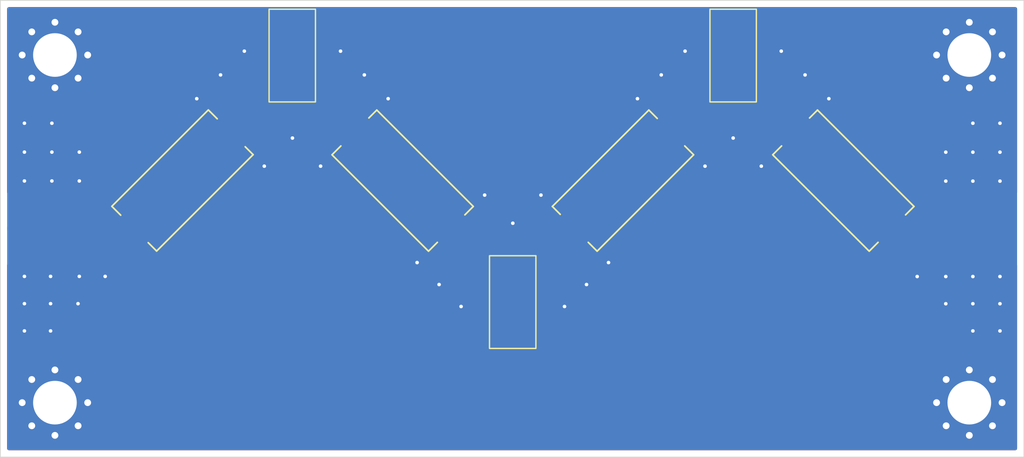
<source format=kicad_pcb>
(kicad_pcb (version 20240108) (generator "pcbnew") (generator_version "8.0")
  (layers (0 "F.Cu" signal) (31 "B.Cu" signal) (34 "B.Paste" user) (35 "F.Paste" user) (36 "B.SilkS" user "B.Silkscreen") (37 "F.SilkS" user "F.Silkscreen") (38 "B.Mask" user) (39 "F.Mask" user) (44 "Edge.Cuts" user))
  (net 0 "")
  (net 1 "Net-(C1-Pad1)")
  (net 2 "GND")
  (net 3 "Net-(C2-Pad1)")
  (net 4 "Net-(C3-Pad1)")
  (net 5 "unconnected-(L4-Pad2)")
  (net 6 "unconnected-(L1-Pad2)")
  (footprint "Footprints:Wound_Inductor_S" (layer "F.Cu") (at 130.2 88.164467 -135)
    (property "Reference" "L1" (hide yes))
    (property "Value" "26n" (hide yes))
    (fp_line (start 10 1.4) (end 10 2.3) (stroke (width 0.12)) (layer "F.SilkS"))
    (fp_line (start 10 -2.321) (end 10 -1.45) (stroke (width 0.12)) (layer "F.SilkS"))
    (fp_line (start 0 2.321) (end 10 2.321) (stroke (width 0.12)) (layer "F.SilkS"))
    (fp_line (start 0 1.399999) (end 0 2.300001) (stroke (width 0.12)) (layer "F.SilkS"))
    (fp_line (start 0 -2.321) (end 10 -2.321) (stroke (width 0.12)) (layer "F.SilkS"))
    (fp_line (start 0 -2.321) (end 0 -1.5) (stroke (width 0.12)) (layer "F.SilkS"))
    (pad "1" smd circle (at 0 0 225) (size 2.5 2.5) (layers "F.Cu" "F.Paste" "F.Mask") (net 1 "Net-(C1-Pad1)"))
    (pad "2" smd circle (at 10 0 225) (size 2.5 2.5) (layers "F.Cu" "F.Paste" "F.Mask") (net 6 "unconnected-(L1-Pad2)"))
    (zone (net 0) (net_name "") (layer "F.Cu") (connect_pads (clearance 0)) (min_thickness 0.25)
      (keepout (tracks allowed) (vias allowed) (pads allowed) (copperpour not_allowed) (footprints allowed))
      (fill (thermal_gap 0.5) (thermal_bridge_width 0.5))
      (polygon (pts (xy 132.204648 91.392409) (xy 126.406372 97.190685) (xy 121.173782 91.958095) (xy 126.972058 86.159819)))
    )
  )
  (footprint "Footprints:Wound_Inductor_S" (layer "F.Cu") (at 139.260643 88.174933 -45)
    (property "Reference" "L2" (hide yes))
    (property "Value" "58n" (hide yes))
    (fp_line (start 0 2.321) (end 10 2.321) (stroke (width 0.12)) (layer "F.SilkS"))
    (fp_line (start 0 1.399999) (end 0 2.300001) (stroke (width 0.12)) (layer "F.SilkS"))
    (fp_line (start 0 -2.321) (end 0 -1.5) (stroke (width 0.12)) (layer "F.SilkS"))
    (fp_line (start 0 -2.321) (end 10 -2.321) (stroke (width 0.12)) (layer "F.SilkS"))
    (fp_line (start 10 1.4) (end 10 2.3) (stroke (width 0.12)) (layer "F.SilkS"))
    (fp_line (start 10 -2.321) (end 10 -1.45) (stroke (width 0.12)) (layer "F.SilkS"))
    (pad "1" smd circle (at 0 0 315) (size 2.5 2.5) (layers "F.Cu" "F.Paste" "F.Mask") (net 1 "Net-(C1-Pad1)"))
    (pad "2" smd circle (at 10 0 315) (size 2.5 2.5) (layers "F.Cu" "F.Paste" "F.Mask") (net 3 "Net-(C2-Pad1)"))
    (zone (net 0) (net_name "") (layer "F.Cu") (connect_pads (clearance 0)) (min_thickness 0.25)
      (keepout (tracks allowed) (vias allowed) (pads allowed) (copperpour not_allowed) (footprints allowed))
      (fill (thermal_gap 0.5) (thermal_bridge_width 0.5))
      (polygon (pts (xy 142.488585 86.170285) (xy 148.286861 91.968561) (xy 143.054271 97.201151) (xy 137.255995 91.402875)))
    )
  )
  (footprint "Footprints:RFCap_S" (layer "F.Cu") (at 150.812 100.669 -90)
    (property "Reference" "C2" (hide yes))
    (property "Value" "12p" (hide yes))
    (fp_rect (start -3.45 -1.75) (end 3.35 1.65) (stroke (width 0.1)) (fill none) (layer "F.SilkS"))
    (pad "1" smd rect (at -2.2 0 270) (size 2 3) (layers "F.Cu" "F.Paste" "F.Mask") (net 3 "Net-(C2-Pad1)"))
    (pad "2" smd rect (at 2.2 0 270) (size 2 3) (layers "F.Cu" "F.Paste" "F.Mask") (net 2 "GND"))
    (zone (net 0) (net_name "") (layer "F.Cu") (connect_pads (clearance 0)) (min_thickness 0.25)
      (keepout (tracks allowed) (vias allowed) (pads allowed) (copperpour not_allowed) (footprints allowed))
      (fill (thermal_gap 0.5) (thermal_bridge_width 0.5))
      (polygon (pts (xy 152.312 99.469) (xy 152.312 101.869) (xy 149.312 101.869) (xy 149.312 99.469)))
    )
  )
  (footprint "Footprints:RFCap_S" (layer "F.Cu") (at 167.06544 82.487 90)
    (property "Reference" "C3" (hide yes))
    (property "Value" "12p" (hide yes))
    (fp_rect (start -3.45 -1.75) (end 3.35 1.65) (stroke (width 0.1)) (fill none) (layer "F.SilkS"))
    (pad "1" smd rect (at -2.2 0 90) (size 2 3) (layers "F.Cu" "F.Paste" "F.Mask") (net 4 "Net-(C3-Pad1)"))
    (pad "2" smd rect (at 2.2 0 90) (size 2 3) (layers "F.Cu" "F.Paste" "F.Mask") (net 2 "GND"))
    (zone (net 0) (net_name "") (layer "F.Cu") (connect_pads (clearance 0)) (min_thickness 0.25)
      (keepout (tracks allowed) (vias allowed) (pads allowed) (copperpour not_allowed) (footprints allowed))
      (fill (thermal_gap 0.5) (thermal_bridge_width 0.5))
      (polygon (pts (xy 165.56544 83.687) (xy 165.56544 81.287) (xy 168.56544 81.287) (xy 168.56544 83.687)))
    )
  )
  (footprint "Footprints:Wound_Inductor_S" (layer "F.Cu") (at 171.552995 88.174933 -45)
    (property "Reference" "L4" (hide yes))
    (property "Value" "23n" (hide yes))
    (fp_line (start 0 2.321) (end 10 2.321) (stroke (width 0.12)) (layer "F.SilkS"))
    (fp_line (start 0 1.399999) (end 0 2.300001) (stroke (width 0.12)) (layer "F.SilkS"))
    (fp_line (start 0 -2.321) (end 0 -1.5) (stroke (width 0.12)) (layer "F.SilkS"))
    (fp_line (start 0 -2.321) (end 10 -2.321) (stroke (width 0.12)) (layer "F.SilkS"))
    (fp_line (start 10 1.4) (end 10 2.3) (stroke (width 0.12)) (layer "F.SilkS"))
    (fp_line (start 10 -2.321) (end 10 -1.45) (stroke (width 0.12)) (layer "F.SilkS"))
    (pad "1" smd circle (at 0 0 315) (size 2.5 2.5) (layers "F.Cu" "F.Paste" "F.Mask") (net 4 "Net-(C3-Pad1)"))
    (pad "2" smd circle (at 10 0 315) (size 2.5 2.5) (layers "F.Cu" "F.Paste" "F.Mask") (net 5 "unconnected-(L4-Pad2)"))
    (zone (net 0) (net_name "") (layer "F.Cu") (connect_pads (clearance 0)) (min_thickness 0.25)
      (keepout (tracks allowed) (vias allowed) (pads allowed) (copperpour not_allowed) (footprints allowed))
      (fill (thermal_gap 0.5) (thermal_bridge_width 0.5))
      (polygon (pts (xy 174.780937 86.170285) (xy 180.579213 91.968561) (xy 175.346623 97.201151) (xy 169.548347 91.402875)))
    )
  )
  (footprint "MountingHole:MountingHole_3.2mm_M3_Pad_Via" (layer "F.Cu") (at 184.319264 107.996)
    (property "Reference" "H4" (hide yes))
    (property "Value" "MountingHole_Pad" (hide yes))
    (pad "1" thru_hole circle (at -2.4 0) (size 0.8 0.8) (drill 0.5) (layers "*.Cu" "*.Mask") (net 2 "GND"))
    (pad "1" thru_hole circle (at -1.697056 -1.697056) (size 0.8 0.8) (drill 0.5) (layers "*.Cu" "*.Mask") (net 2 "GND"))
    (pad "1" thru_hole circle (at -1.697056 1.697056) (size 0.8 0.8) (drill 0.5) (layers "*.Cu" "*.Mask") (net 2 "GND"))
    (pad "1" thru_hole circle (at 0 -2.4) (size 0.8 0.8) (drill 0.5) (layers "*.Cu" "*.Mask") (net 2 "GND"))
    (pad "1" thru_hole circle (at 0 0) (size 6.4 6.4) (drill 3.2) (layers "*.Cu" "*.Mask") (net 2 "GND"))
    (pad "1" thru_hole circle (at 0 2.4) (size 0.8 0.8) (drill 0.5) (layers "*.Cu" "*.Mask") (net 2 "GND"))
    (pad "1" thru_hole circle (at 1.697056 -1.697056) (size 0.8 0.8) (drill 0.5) (layers "*.Cu" "*.Mask") (net 2 "GND"))
    (pad "1" thru_hole circle (at 1.697056 1.697056) (size 0.8 0.8) (drill 0.5) (layers "*.Cu" "*.Mask") (net 2 "GND"))
    (pad "1" thru_hole circle (at 2.4 0) (size 0.8 0.8) (drill 0.5) (layers "*.Cu" "*.Mask") (net 2 "GND"))
  )
  (footprint "MountingHole:MountingHole_3.2mm_M3_Pad_Via" (layer "F.Cu") (at 117.319264 82.496)
    (property "Reference" "H1" (hide yes))
    (property "Value" "MountingHole_Pad" (hide yes))
    (pad "1" thru_hole circle (at -2.4 0) (size 0.8 0.8) (drill 0.5) (layers "*.Cu" "*.Mask") (net 2 "GND"))
    (pad "1" thru_hole circle (at -1.697056 -1.697056) (size 0.8 0.8) (drill 0.5) (layers "*.Cu" "*.Mask") (net 2 "GND"))
    (pad "1" thru_hole circle (at -1.697056 1.697056) (size 0.8 0.8) (drill 0.5) (layers "*.Cu" "*.Mask") (net 2 "GND"))
    (pad "1" thru_hole circle (at 0 -2.4) (size 0.8 0.8) (drill 0.5) (layers "*.Cu" "*.Mask") (net 2 "GND"))
    (pad "1" thru_hole circle (at 0 0) (size 6.4 6.4) (drill 3.2) (layers "*.Cu" "*.Mask") (net 2 "GND"))
    (pad "1" thru_hole circle (at 0 2.4) (size 0.8 0.8) (drill 0.5) (layers "*.Cu" "*.Mask") (net 2 "GND"))
    (pad "1" thru_hole circle (at 1.697056 -1.697056) (size 0.8 0.8) (drill 0.5) (layers "*.Cu" "*.Mask") (net 2 "GND"))
    (pad "1" thru_hole circle (at 1.697056 1.697056) (size 0.8 0.8) (drill 0.5) (layers "*.Cu" "*.Mask") (net 2 "GND"))
    (pad "1" thru_hole circle (at 2.4 0) (size 0.8 0.8) (drill 0.5) (layers "*.Cu" "*.Mask") (net 2 "GND"))
  )
  (footprint "MountingHole:MountingHole_3.2mm_M3_Pad_Via" (layer "F.Cu") (at 184.319264 82.496)
    (property "Reference" "H3" (hide yes))
    (property "Value" "MountingHole_Pad" (hide yes))
    (pad "1" thru_hole circle (at -2.4 0) (size 0.8 0.8) (drill 0.5) (layers "*.Cu" "*.Mask") (net 2 "GND"))
    (pad "1" thru_hole circle (at -1.697056 -1.697056) (size 0.8 0.8) (drill 0.5) (layers "*.Cu" "*.Mask") (net 2 "GND"))
    (pad "1" thru_hole circle (at -1.697056 1.697056) (size 0.8 0.8) (drill 0.5) (layers "*.Cu" "*.Mask") (net 2 "GND"))
    (pad "1" thru_hole circle (at 0 -2.4) (size 0.8 0.8) (drill 0.5) (layers "*.Cu" "*.Mask") (net 2 "GND"))
    (pad "1" thru_hole circle (at 0 0) (size 6.4 6.4) (drill 3.2) (layers "*.Cu" "*.Mask") (net 2 "GND"))
    (pad "1" thru_hole circle (at 0 2.4) (size 0.8 0.8) (drill 0.5) (layers "*.Cu" "*.Mask") (net 2 "GND"))
    (pad "1" thru_hole circle (at 1.697056 -1.697056) (size 0.8 0.8) (drill 0.5) (layers "*.Cu" "*.Mask") (net 2 "GND"))
    (pad "1" thru_hole circle (at 1.697056 1.697056) (size 0.8 0.8) (drill 0.5) (layers "*.Cu" "*.Mask") (net 2 "GND"))
    (pad "1" thru_hole circle (at 2.4 0) (size 0.8 0.8) (drill 0.5) (layers "*.Cu" "*.Mask") (net 2 "GND"))
  )
  (footprint "Footprints:Wound_Inductor_S" (layer "F.Cu") (at 155.406819 95.246 45)
    (property "Reference" "L3" (hide yes))
    (property "Value" "56n" (hide yes))
    (fp_line (start 0 -2.321) (end 0 -1.5) (stroke (width 0.12)) (layer "F.SilkS"))
    (fp_line (start 0 -2.321) (end 10 -2.321) (stroke (width 0.12)) (layer "F.SilkS"))
    (fp_line (start 0 1.399999) (end 0 2.300001) (stroke (width 0.12)) (layer "F.SilkS"))
    (fp_line (start 0 2.321) (end 10 2.321) (stroke (width 0.12)) (layer "F.SilkS"))
    (fp_line (start 10 -2.321) (end 10 -1.45) (stroke (width 0.12)) (layer "F.SilkS"))
    (fp_line (start 10 1.4) (end 10 2.3) (stroke (width 0.12)) (layer "F.SilkS"))
    (pad "1" smd circle (at 0 0 45) (size 2.5 2.5) (layers "F.Cu" "F.Paste" "F.Mask") (net 3 "Net-(C2-Pad1)"))
    (pad "2" smd circle (at 10 0 45) (size 2.5 2.5) (layers "F.Cu" "F.Paste" "F.Mask") (net 4 "Net-(C3-Pad1)"))
    (zone (net 0) (net_name "") (layer "F.Cu") (connect_pads (clearance 0)) (min_thickness 0.25)
      (keepout (tracks allowed) (vias allowed) (pads allowed) (copperpour not_allowed) (footprints allowed))
      (fill (thermal_gap 0.5) (thermal_bridge_width 0.5))
      (polygon (pts (xy 153.402171 92.018058) (xy 159.200447 86.219782) (xy 164.433037 91.452372) (xy 158.634761 97.250648)))
    )
  )
  (footprint "Footprints:RFCap_S" (layer "F.Cu") (at 134.76 82.487 90)
    (property "Reference" "C1" (hide yes))
    (property "Value" "12p" (hide yes))
    (fp_rect (start -3.45 -1.75) (end 3.35 1.65) (stroke (width 0.1)) (fill none) (layer "F.SilkS"))
    (pad "1" smd rect (at -2.2 0 90) (size 2 3) (layers "F.Cu" "F.Paste" "F.Mask") (net 1 "Net-(C1-Pad1)"))
    (pad "2" smd rect (at 2.2 0 90) (size 2 3) (layers "F.Cu" "F.Paste" "F.Mask") (net 2 "GND"))
    (zone (net 0) (net_name "") (layer "F.Cu") (connect_pads (clearance 0)) (min_thickness 0.25)
      (keepout (tracks allowed) (vias allowed) (pads allowed) (copperpour not_allowed) (footprints allowed))
      (fill (thermal_gap 0.5) (thermal_bridge_width 0.5))
      (polygon (pts (xy 133.26 83.687) (xy 133.26 81.287) (xy 136.26 81.287) (xy 136.26 83.687)))
    )
  )
  (footprint "MountingHole:MountingHole_3.2mm_M3_Pad_Via" (layer "F.Cu") (at 117.319264 107.996)
    (property "Reference" "H2" (hide yes))
    (property "Value" "MountingHole_Pad" (hide yes))
    (pad "1" thru_hole circle (at -2.4 0) (size 0.8 0.8) (drill 0.5) (layers "*.Cu" "*.Mask") (net 2 "GND"))
    (pad "1" thru_hole circle (at -1.697056 -1.697056) (size 0.8 0.8) (drill 0.5) (layers "*.Cu" "*.Mask") (net 2 "GND"))
    (pad "1" thru_hole circle (at -1.697056 1.697056) (size 0.8 0.8) (drill 0.5) (layers "*.Cu" "*.Mask") (net 2 "GND"))
    (pad "1" thru_hole circle (at 0 -2.4) (size 0.8 0.8) (drill 0.5) (layers "*.Cu" "*.Mask") (net 2 "GND"))
    (pad "1" thru_hole circle (at 0 0) (size 6.4 6.4) (drill 3.2) (layers "*.Cu" "*.Mask") (net 2 "GND"))
    (pad "1" thru_hole circle (at 0 2.4) (size 0.8 0.8) (drill 0.5) (layers "*.Cu" "*.Mask") (net 2 "GND"))
    (pad "1" thru_hole circle (at 1.697056 -1.697056) (size 0.8 0.8) (drill 0.5) (layers "*.Cu" "*.Mask") (net 2 "GND"))
    (pad "1" thru_hole circle (at 1.697056 1.697056) (size 0.8 0.8) (drill 0.5) (layers "*.Cu" "*.Mask") (net 2 "GND"))
    (pad "1" thru_hole circle (at 2.4 0) (size 0.8 0.8) (drill 0.5) (layers "*.Cu" "*.Mask") (net 2 "GND"))
  )
  (gr_rect (start 113.319264 78.485535) (end 188.319264 111.985535) (stroke (width 0.05)) (fill none) (layer "Edge.Cuts"))
  (segment (start 135.77271 84.687) (end 139.260643 88.174933) (width 2.5009) (layer "F.Cu") (net 1))
  (segment (start 134.76 84.687) (end 135.77271 84.687) (width 2.5009) (layer "F.Cu") (net 1))
  (segment (start 133.673467 84.687) (end 130.185535 88.174932) (width 2.5009) (layer "F.Cu") (net 1))
  (segment (start 134.76 84.687) (end 133.673467 84.687) (width 2.5009) (layer "F.Cu") (net 1))
  (via (at 115.084179 98.735535) (size 0.7) (drill 0.26) (layers "F.Cu" "B.Cu") (net 2))
  (via (at 186.564815 98.746001) (size 0.7) (drill 0.26) (layers "F.Cu" "B.Cu") (net 2))
  (via (at 134.723089 88.587127) (size 0.7) (drill 0.26) (layers "F.Cu" "B.Cu") (net 2))
  (via (at 186.564815 89.623) (size 0.7) (drill 0.26) (layers "F.Cu" "B.Cu") (net 2))
  (via (at 121 98.735535) (size 0.7) (drill 0.26) (layers "F.Cu" "B.Cu") (net 2))
  (via (at 136.785769 90.649807) (size 0.7) (drill 0.26) (layers "F.Cu" "B.Cu") (net 2))
  (via (at 184.579627 100.740768) (size 0.7) (drill 0.26) (layers "F.Cu" "B.Cu") (net 2))
  (via (at 174.027869 85.700059) (size 0.7) (drill 0.26) (layers "F.Cu" "B.Cu") (net 2))
  (via (at 148.806585 92.771127) (size 0.7) (drill 0.26) (layers "F.Cu" "B.Cu") (net 2))
  (via (at 115.084179 91.735535) (size 0.7) (drill 0.26) (layers "F.Cu" "B.Cu") (net 2))
  (via (at 115.084179 87.5) (size 0.7) (drill 0.26) (layers "F.Cu" "B.Cu") (net 2))
  (via (at 119.106555 91.735535) (size 0.7) (drill 0.26) (layers "F.Cu" "B.Cu") (net 2))
  (via (at 115.084179 100.735535) (size 0.7) (drill 0.26) (layers "F.Cu" "B.Cu") (net 2))
  (via (at 119.106555 89.617767) (size 0.7) (drill 0.26) (layers "F.Cu" "B.Cu") (net 2))
  (via (at 129.454627 83.956092) (size 0.7) (drill 0.26) (layers "F.Cu" "B.Cu") (net 2))
  (via (at 182.594439 98.746001) (size 0.7) (drill 0.26) (layers "F.Cu" "B.Cu") (net 2))
  (via (at 152.931945 92.771126) (size 0.7) (drill 0.26) (layers "F.Cu" "B.Cu") (net 2))
  (via (at 169.078121 90.649807) (size 0.7) (drill 0.26) (layers "F.Cu" "B.Cu") (net 2))
  (via (at 180.5 98.746001) (size 0.7) (drill 0.26) (layers "F.Cu" "B.Cu") (net 2))
  (via (at 115.084179 102.735535) (size 0.7) (drill 0.26) (layers "F.Cu" "B.Cu") (net 2))
  (via (at 150.869265 94.833807) (size 0.7) (drill 0.26) (layers "F.Cu" "B.Cu") (net 2))
  (via (at 141.735517 85.700059) (size 0.7) (drill 0.26) (layers "F.Cu" "B.Cu") (net 2))
  (via (at 132.660409 90.649806) (size 0.7) (drill 0.26) (layers "F.Cu" "B.Cu") (net 2))
  (via (at 163.490945 82.212126) (size 0.7) (drill 0.26) (layers "F.Cu" "B.Cu") (net 2))
  (via (at 117 98.735535) (size 0.7) (drill 0.26) (layers "F.Cu" "B.Cu") (net 2))
  (via (at 184.579627 89.623) (size 0.7) (drill 0.26) (layers "F.Cu" "B.Cu") (net 2))
  (via (at 117.095367 87.5) (size 0.7) (drill 0.26) (layers "F.Cu" "B.Cu") (net 2))
  (via (at 161.746979 83.956092) (size 0.7) (drill 0.26) (layers "F.Cu" "B.Cu") (net 2))
  (via (at 164.952761 90.649806) (size 0.7) (drill 0.26) (layers "F.Cu" "B.Cu") (net 2))
  (via (at 138.247584 82.212126) (size 0.7) (drill 0.26) (layers "F.Cu" "B.Cu") (net 2))
  (via (at 172.283902 83.956092) (size 0.7) (drill 0.26) (layers "F.Cu" "B.Cu") (net 2))
  (via (at 167.015441 88.587127) (size 0.7) (drill 0.26) (layers "F.Cu" "B.Cu") (net 2))
  (via (at 117 100.735535) (size 0.7) (drill 0.26) (layers "F.Cu" "B.Cu") (net 2))
  (via (at 182.594439 91.746001) (size 0.7) (drill 0.26) (layers "F.Cu" "B.Cu") (net 2))
  (via (at 147.079836 100.943874) (size 0.7) (drill 0.26) (layers "F.Cu" "B.Cu") (net 2))
  (via (at 117.095367 89.617767) (size 0.7) (drill 0.26) (layers "F.Cu" "B.Cu") (net 2))
  (via (at 154.658693 100.943874) (size 0.7) (drill 0.26) (layers "F.Cu" "B.Cu") (net 2))
  (via (at 145.468336 99.332374) (size 0.7) (drill 0.26) (layers "F.Cu" "B.Cu") (net 2))
  (via (at 184.579627 87.5) (size 0.7) (drill 0.26) (layers "F.Cu" "B.Cu") (net 2))
  (via (at 170.539936 82.212126) (size 0.7) (drill 0.26) (layers "F.Cu" "B.Cu") (net 2))
  (via (at 157.881693 97.720874) (size 0.7) (drill 0.26) (layers "F.Cu" "B.Cu") (net 2))
  (via (at 186.564815 87.5) (size 0.7) (drill 0.26) (layers "F.Cu" "B.Cu") (net 2))
  (via (at 182.594439 100.740768) (size 0.7) (drill 0.26) (layers "F.Cu" "B.Cu") (net 2))
  (via (at 139.99155 83.956092) (size 0.7) (drill 0.26) (layers "F.Cu" "B.Cu") (net 2))
  (via (at 186.564815 100.740768) (size 0.7) (drill 0.26) (layers "F.Cu" "B.Cu") (net 2))
  (via (at 184.579627 102.735535) (size 0.7) (drill 0.26) (layers "F.Cu" "B.Cu") (net 2))
  (via (at 186.564815 102.735535) (size 0.7) (drill 0.26) (layers "F.Cu" "B.Cu") (net 2))
  (via (at 184.579627 98.746001) (size 0.7) (drill 0.26) (layers "F.Cu" "B.Cu") (net 2))
  (via (at 117 102.735535) (size 0.7) (drill 0.26) (layers "F.Cu" "B.Cu") (net 2))
  (via (at 131.198593 82.212126) (size 0.7) (drill 0.26) (layers "F.Cu" "B.Cu") (net 2))
  (via (at 184.579627 91.746001) (size 0.7) (drill 0.26) (layers "F.Cu" "B.Cu") (net 2))
  (via (at 119.011188 100.735535) (size 0.7) (drill 0.26) (layers "F.Cu" "B.Cu") (net 2))
  (via (at 115.084179 89.617767) (size 0.7) (drill 0.26) (layers "F.Cu" "B.Cu") (net 2))
  (via (at 127.710661 85.700058) (size 0.7) (drill 0.26) (layers "F.Cu" "B.Cu") (net 2))
  (via (at 117.095367 91.735535) (size 0.7) (drill 0.26) (layers "F.Cu" "B.Cu") (net 2))
  (via (at 143.856837 97.720875) (size 0.7) (drill 0.26) (layers "F.Cu" "B.Cu") (net 2))
  (via (at 156.270193 99.332374) (size 0.7) (drill 0.26) (layers "F.Cu" "B.Cu") (net 2))
  (via (at 182.594439 89.623) (size 0.7) (drill 0.26) (layers "F.Cu" "B.Cu") (net 2))
  (via (at 186.564815 91.746001) (size 0.7) (drill 0.26) (layers "F.Cu" "B.Cu") (net 2))
  (via (at 160.003013 85.700058) (size 0.7) (drill 0.26) (layers "F.Cu" "B.Cu") (net 2))
  (via (at 119.106555 98.735535) (size 0.7) (drill 0.26) (layers "F.Cu" "B.Cu") (net 2))
  (segment (start 149.55471 98.469) (end 146.331711 95.246001) (width 2.5009) (layer "F.Cu") (net 3))
  (segment (start 152.183819 98.469) (end 155.406819 95.246) (width 2.5009) (layer "F.Cu") (net 3))
  (segment (start 150.812 98.469) (end 149.55471 98.469) (width 2.5009) (layer "F.Cu") (net 3))
  (segment (start 150.812 98.469) (end 152.183819 98.469) (width 2.5009) (layer "F.Cu") (net 3))
  (segment (start 167.06544 84.687) (end 168.065062 84.687) (width 2.5009) (layer "F.Cu") (net 4))
  (segment (start 168.065062 84.687) (end 171.552995 88.174933) (width 2.5009) (layer "F.Cu") (net 4))
  (segment (start 167.06544 84.687) (end 165.965819 84.687) (width 2.5009) (layer "F.Cu") (net 4))
  (segment (start 165.965819 84.687) (end 162.477887 88.174932) (width 2.5009) (layer "F.Cu") (net 4))
  (segment (start 178.624063 95.246001) (end 186.564815 95.246001) (width 2.5009) (layer "F.Cu") (net 5))
  (segment (start 123.128932 95.235535) (end 115.084179 95.235535) (width 2.5009) (layer "F.Cu") (net 6))
  (zone (net 2) (net_name "GND") (layers "F&B.Cu") (connect_pads yes (clearance 0.5)) (min_thickness 0.25) (fill yes (thermal_gap 0.5) (thermal_bridge_width 0.5))
    (polygon (pts (xy 113.3 78.5) (xy 188.3 78.5) (xy 188.3 112) (xy 113.3 112)))
  )
)
</source>
